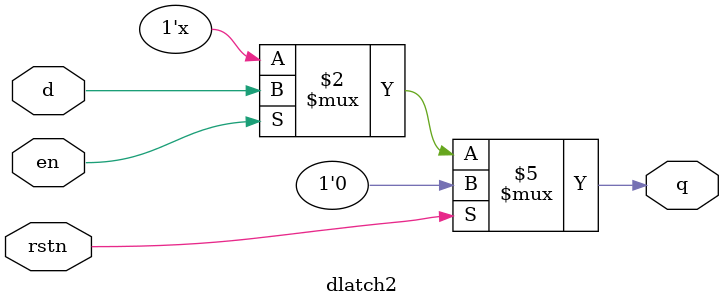
<source format=v>
module dlatch2 (
   input      d   , // 1-bit input pin for data
   input      en  , // 1-bit input pin for enabling the latch
   input      rstn, // 1-bit input pin for active-low reset
   output reg q     // 1-bit output pin for data output
);

   // This always block is "always" triggered whenever en/rstn/d changes
   // If reset is asserted then output will be zero
   // Else as long as enable is high, output q follows input d
   always @ (en or rstn or d)
      if (rstn)
         q <= 0;
      else
         if (en)
            q <= d;
endmodule
</source>
